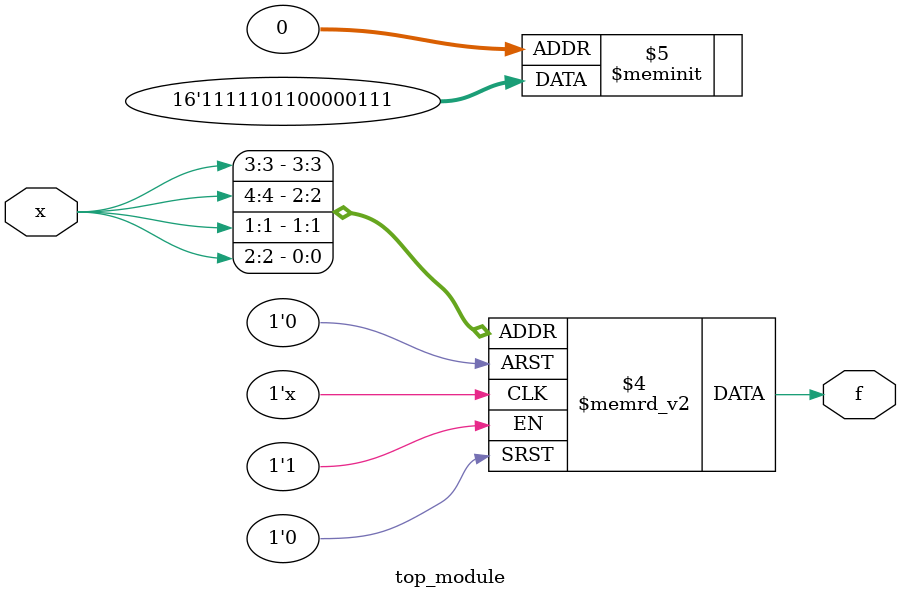
<source format=sv>
module top_module (
    input [4:1] x,
    output logic f
);

always_comb begin
    case ({x[3], x[4], x[1], x[2]})
        4'b0000: f = 1'b1;
        4'b0001: f = 1'b1;
        4'b0011: f = 1'b0;
        4'b0010: f = 1'b1;
        4'b0100: f = 1'b0;
        4'b0101: f = 1'b0;
        4'b0111: f = 1'b0;
        4'b0110: f = 1'b0;
        4'b1000: f = 1'b1;
        4'b1001: f = 1'b1;
        4'b1011: f = 1'b1;
        4'b1010: f = 1'b0;
        4'b1100: f = 1'b1;
        4'b1101: f = 1'b1;
        4'b1111: f = 1'b1;
        4'b1110: f = 1'b1;
    endcase
end

endmodule

</source>
